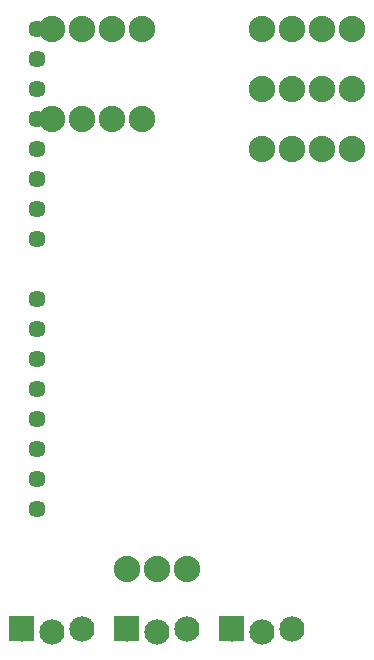
<source format=gts>
G04 MADE WITH FRITZING*
G04 WWW.FRITZING.ORG*
G04 DOUBLE SIDED*
G04 HOLES PLATED*
G04 CONTOUR ON CENTER OF CONTOUR VECTOR*
%ASAXBY*%
%FSLAX23Y23*%
%MOIN*%
%OFA0B0*%
%SFA1.0B1.0*%
%ADD10C,0.056944*%
%ADD11C,0.088000*%
%ADD12C,0.084000*%
%ADD13R,0.001000X0.001000*%
%LNMASK1*%
G90*
G70*
G54D10*
X136Y631D03*
X136Y731D03*
X136Y831D03*
X136Y931D03*
X136Y1031D03*
X136Y1131D03*
X136Y1231D03*
X136Y1331D03*
X136Y2231D03*
X136Y2131D03*
X136Y2031D03*
X136Y1931D03*
X136Y1831D03*
X136Y1731D03*
X136Y1631D03*
X136Y1531D03*
G54D11*
X886Y2231D03*
X986Y2231D03*
X1086Y2231D03*
X1186Y2231D03*
X886Y2031D03*
X986Y2031D03*
X1086Y2031D03*
X1186Y2031D03*
X886Y1831D03*
X986Y1831D03*
X1086Y1831D03*
X1186Y1831D03*
X186Y1931D03*
X286Y1931D03*
X386Y1931D03*
X486Y1931D03*
X186Y2231D03*
X286Y2231D03*
X386Y2231D03*
X486Y2231D03*
X636Y431D03*
X536Y431D03*
X436Y431D03*
G54D12*
X786Y231D03*
X886Y221D03*
X986Y231D03*
X786Y231D03*
X886Y221D03*
X986Y231D03*
X86Y231D03*
X186Y221D03*
X286Y231D03*
X86Y231D03*
X186Y221D03*
X286Y231D03*
X436Y231D03*
X536Y221D03*
X636Y231D03*
X436Y231D03*
X536Y221D03*
X636Y231D03*
G54D13*
X44Y273D02*
X127Y273D01*
X394Y273D02*
X477Y273D01*
X744Y273D02*
X827Y273D01*
X44Y272D02*
X127Y272D01*
X394Y272D02*
X477Y272D01*
X744Y272D02*
X827Y272D01*
X44Y271D02*
X127Y271D01*
X394Y271D02*
X477Y271D01*
X744Y271D02*
X827Y271D01*
X44Y270D02*
X127Y270D01*
X394Y270D02*
X477Y270D01*
X744Y270D02*
X827Y270D01*
X44Y269D02*
X127Y269D01*
X394Y269D02*
X477Y269D01*
X744Y269D02*
X827Y269D01*
X44Y268D02*
X127Y268D01*
X394Y268D02*
X477Y268D01*
X744Y268D02*
X827Y268D01*
X44Y267D02*
X127Y267D01*
X394Y267D02*
X477Y267D01*
X744Y267D02*
X827Y267D01*
X44Y266D02*
X127Y266D01*
X394Y266D02*
X477Y266D01*
X744Y266D02*
X827Y266D01*
X44Y265D02*
X127Y265D01*
X394Y265D02*
X477Y265D01*
X744Y265D02*
X827Y265D01*
X44Y264D02*
X127Y264D01*
X394Y264D02*
X477Y264D01*
X744Y264D02*
X827Y264D01*
X44Y263D02*
X127Y263D01*
X394Y263D02*
X477Y263D01*
X744Y263D02*
X827Y263D01*
X44Y262D02*
X127Y262D01*
X394Y262D02*
X477Y262D01*
X744Y262D02*
X827Y262D01*
X44Y261D02*
X127Y261D01*
X394Y261D02*
X477Y261D01*
X744Y261D02*
X827Y261D01*
X44Y260D02*
X127Y260D01*
X394Y260D02*
X477Y260D01*
X744Y260D02*
X827Y260D01*
X44Y259D02*
X127Y259D01*
X394Y259D02*
X477Y259D01*
X744Y259D02*
X827Y259D01*
X44Y258D02*
X127Y258D01*
X394Y258D02*
X477Y258D01*
X744Y258D02*
X827Y258D01*
X44Y257D02*
X127Y257D01*
X394Y257D02*
X477Y257D01*
X744Y257D02*
X827Y257D01*
X44Y256D02*
X127Y256D01*
X394Y256D02*
X477Y256D01*
X744Y256D02*
X827Y256D01*
X44Y255D02*
X127Y255D01*
X394Y255D02*
X477Y255D01*
X744Y255D02*
X827Y255D01*
X44Y254D02*
X127Y254D01*
X394Y254D02*
X477Y254D01*
X744Y254D02*
X827Y254D01*
X44Y253D02*
X127Y253D01*
X394Y253D02*
X477Y253D01*
X744Y253D02*
X827Y253D01*
X44Y252D02*
X127Y252D01*
X394Y252D02*
X477Y252D01*
X744Y252D02*
X827Y252D01*
X44Y251D02*
X127Y251D01*
X394Y251D02*
X477Y251D01*
X744Y251D02*
X827Y251D01*
X44Y250D02*
X127Y250D01*
X394Y250D02*
X477Y250D01*
X744Y250D02*
X827Y250D01*
X44Y249D02*
X127Y249D01*
X394Y249D02*
X477Y249D01*
X744Y249D02*
X827Y249D01*
X44Y248D02*
X127Y248D01*
X394Y248D02*
X477Y248D01*
X744Y248D02*
X827Y248D01*
X44Y247D02*
X127Y247D01*
X394Y247D02*
X477Y247D01*
X744Y247D02*
X827Y247D01*
X44Y246D02*
X80Y246D01*
X91Y246D02*
X127Y246D01*
X394Y246D02*
X430Y246D01*
X441Y246D02*
X477Y246D01*
X744Y246D02*
X780Y246D01*
X791Y246D02*
X827Y246D01*
X44Y245D02*
X78Y245D01*
X93Y245D02*
X127Y245D01*
X394Y245D02*
X428Y245D01*
X443Y245D02*
X477Y245D01*
X744Y245D02*
X778Y245D01*
X793Y245D02*
X827Y245D01*
X44Y244D02*
X76Y244D01*
X95Y244D02*
X127Y244D01*
X394Y244D02*
X426Y244D01*
X445Y244D02*
X477Y244D01*
X744Y244D02*
X776Y244D01*
X795Y244D02*
X827Y244D01*
X44Y243D02*
X75Y243D01*
X96Y243D02*
X127Y243D01*
X394Y243D02*
X425Y243D01*
X446Y243D02*
X477Y243D01*
X744Y243D02*
X775Y243D01*
X796Y243D02*
X827Y243D01*
X44Y242D02*
X74Y242D01*
X97Y242D02*
X127Y242D01*
X394Y242D02*
X424Y242D01*
X447Y242D02*
X477Y242D01*
X744Y242D02*
X774Y242D01*
X797Y242D02*
X827Y242D01*
X44Y241D02*
X73Y241D01*
X98Y241D02*
X127Y241D01*
X394Y241D02*
X423Y241D01*
X448Y241D02*
X477Y241D01*
X744Y241D02*
X773Y241D01*
X798Y241D02*
X827Y241D01*
X44Y240D02*
X73Y240D01*
X99Y240D02*
X127Y240D01*
X394Y240D02*
X423Y240D01*
X449Y240D02*
X477Y240D01*
X744Y240D02*
X773Y240D01*
X799Y240D02*
X827Y240D01*
X44Y239D02*
X72Y239D01*
X99Y239D02*
X127Y239D01*
X394Y239D02*
X422Y239D01*
X449Y239D02*
X477Y239D01*
X744Y239D02*
X772Y239D01*
X799Y239D02*
X827Y239D01*
X44Y238D02*
X71Y238D01*
X100Y238D02*
X127Y238D01*
X394Y238D02*
X421Y238D01*
X450Y238D02*
X477Y238D01*
X744Y238D02*
X771Y238D01*
X800Y238D02*
X827Y238D01*
X44Y237D02*
X71Y237D01*
X100Y237D02*
X127Y237D01*
X394Y237D02*
X421Y237D01*
X450Y237D02*
X477Y237D01*
X744Y237D02*
X771Y237D01*
X800Y237D02*
X827Y237D01*
X44Y236D02*
X71Y236D01*
X101Y236D02*
X127Y236D01*
X394Y236D02*
X421Y236D01*
X451Y236D02*
X477Y236D01*
X744Y236D02*
X771Y236D01*
X800Y236D02*
X827Y236D01*
X44Y235D02*
X70Y235D01*
X101Y235D02*
X127Y235D01*
X394Y235D02*
X420Y235D01*
X451Y235D02*
X477Y235D01*
X744Y235D02*
X770Y235D01*
X801Y235D02*
X827Y235D01*
X44Y234D02*
X70Y234D01*
X101Y234D02*
X127Y234D01*
X394Y234D02*
X420Y234D01*
X451Y234D02*
X477Y234D01*
X744Y234D02*
X770Y234D01*
X801Y234D02*
X827Y234D01*
X44Y233D02*
X70Y233D01*
X101Y233D02*
X127Y233D01*
X394Y233D02*
X420Y233D01*
X451Y233D02*
X477Y233D01*
X744Y233D02*
X770Y233D01*
X801Y233D02*
X827Y233D01*
X44Y232D02*
X70Y232D01*
X101Y232D02*
X127Y232D01*
X394Y232D02*
X420Y232D01*
X451Y232D02*
X477Y232D01*
X744Y232D02*
X770Y232D01*
X801Y232D02*
X827Y232D01*
X44Y231D02*
X70Y231D01*
X101Y231D02*
X127Y231D01*
X394Y231D02*
X420Y231D01*
X451Y231D02*
X477Y231D01*
X744Y231D02*
X770Y231D01*
X801Y231D02*
X827Y231D01*
X44Y230D02*
X70Y230D01*
X101Y230D02*
X127Y230D01*
X394Y230D02*
X420Y230D01*
X451Y230D02*
X477Y230D01*
X744Y230D02*
X770Y230D01*
X801Y230D02*
X827Y230D01*
X44Y229D02*
X70Y229D01*
X101Y229D02*
X127Y229D01*
X394Y229D02*
X420Y229D01*
X451Y229D02*
X477Y229D01*
X744Y229D02*
X770Y229D01*
X801Y229D02*
X827Y229D01*
X44Y228D02*
X71Y228D01*
X101Y228D02*
X127Y228D01*
X394Y228D02*
X421Y228D01*
X451Y228D02*
X477Y228D01*
X744Y228D02*
X771Y228D01*
X801Y228D02*
X827Y228D01*
X44Y227D02*
X71Y227D01*
X100Y227D02*
X127Y227D01*
X394Y227D02*
X421Y227D01*
X450Y227D02*
X477Y227D01*
X744Y227D02*
X771Y227D01*
X800Y227D02*
X827Y227D01*
X44Y226D02*
X71Y226D01*
X100Y226D02*
X127Y226D01*
X394Y226D02*
X421Y226D01*
X450Y226D02*
X477Y226D01*
X744Y226D02*
X771Y226D01*
X800Y226D02*
X827Y226D01*
X44Y225D02*
X72Y225D01*
X100Y225D02*
X127Y225D01*
X394Y225D02*
X422Y225D01*
X450Y225D02*
X477Y225D01*
X744Y225D02*
X772Y225D01*
X799Y225D02*
X827Y225D01*
X44Y224D02*
X72Y224D01*
X99Y224D02*
X127Y224D01*
X394Y224D02*
X422Y224D01*
X449Y224D02*
X477Y224D01*
X744Y224D02*
X772Y224D01*
X799Y224D02*
X827Y224D01*
X44Y223D02*
X73Y223D01*
X98Y223D02*
X127Y223D01*
X394Y223D02*
X423Y223D01*
X448Y223D02*
X477Y223D01*
X744Y223D02*
X773Y223D01*
X798Y223D02*
X827Y223D01*
X44Y222D02*
X74Y222D01*
X97Y222D02*
X127Y222D01*
X394Y222D02*
X424Y222D01*
X447Y222D02*
X477Y222D01*
X744Y222D02*
X774Y222D01*
X797Y222D02*
X827Y222D01*
X44Y221D02*
X75Y221D01*
X97Y221D02*
X127Y221D01*
X394Y221D02*
X425Y221D01*
X447Y221D02*
X477Y221D01*
X744Y221D02*
X775Y221D01*
X796Y221D02*
X827Y221D01*
X44Y220D02*
X76Y220D01*
X95Y220D02*
X127Y220D01*
X394Y220D02*
X426Y220D01*
X445Y220D02*
X477Y220D01*
X744Y220D02*
X776Y220D01*
X795Y220D02*
X827Y220D01*
X44Y219D02*
X77Y219D01*
X94Y219D02*
X127Y219D01*
X394Y219D02*
X427Y219D01*
X444Y219D02*
X477Y219D01*
X744Y219D02*
X777Y219D01*
X794Y219D02*
X827Y219D01*
X44Y218D02*
X79Y218D01*
X92Y218D02*
X127Y218D01*
X394Y218D02*
X429Y218D01*
X442Y218D02*
X477Y218D01*
X744Y218D02*
X779Y218D01*
X792Y218D02*
X827Y218D01*
X44Y217D02*
X83Y217D01*
X89Y217D02*
X127Y217D01*
X394Y217D02*
X433Y217D01*
X439Y217D02*
X477Y217D01*
X744Y217D02*
X783Y217D01*
X789Y217D02*
X827Y217D01*
X44Y216D02*
X127Y216D01*
X394Y216D02*
X477Y216D01*
X744Y216D02*
X827Y216D01*
X44Y215D02*
X127Y215D01*
X394Y215D02*
X477Y215D01*
X744Y215D02*
X827Y215D01*
X44Y214D02*
X127Y214D01*
X394Y214D02*
X477Y214D01*
X744Y214D02*
X827Y214D01*
X44Y213D02*
X127Y213D01*
X394Y213D02*
X477Y213D01*
X744Y213D02*
X827Y213D01*
X44Y212D02*
X127Y212D01*
X394Y212D02*
X477Y212D01*
X744Y212D02*
X827Y212D01*
X44Y211D02*
X127Y211D01*
X394Y211D02*
X477Y211D01*
X744Y211D02*
X827Y211D01*
X44Y210D02*
X127Y210D01*
X394Y210D02*
X477Y210D01*
X744Y210D02*
X827Y210D01*
X44Y209D02*
X127Y209D01*
X394Y209D02*
X477Y209D01*
X744Y209D02*
X827Y209D01*
X44Y208D02*
X127Y208D01*
X394Y208D02*
X477Y208D01*
X744Y208D02*
X827Y208D01*
X44Y207D02*
X127Y207D01*
X394Y207D02*
X477Y207D01*
X744Y207D02*
X827Y207D01*
X44Y206D02*
X127Y206D01*
X394Y206D02*
X477Y206D01*
X744Y206D02*
X827Y206D01*
X44Y205D02*
X127Y205D01*
X394Y205D02*
X477Y205D01*
X744Y205D02*
X827Y205D01*
X44Y204D02*
X127Y204D01*
X394Y204D02*
X477Y204D01*
X744Y204D02*
X827Y204D01*
X44Y203D02*
X127Y203D01*
X394Y203D02*
X477Y203D01*
X744Y203D02*
X827Y203D01*
X44Y202D02*
X127Y202D01*
X394Y202D02*
X477Y202D01*
X744Y202D02*
X827Y202D01*
X44Y201D02*
X127Y201D01*
X394Y201D02*
X477Y201D01*
X744Y201D02*
X827Y201D01*
X44Y200D02*
X127Y200D01*
X394Y200D02*
X477Y200D01*
X744Y200D02*
X827Y200D01*
X44Y199D02*
X127Y199D01*
X394Y199D02*
X477Y199D01*
X744Y199D02*
X827Y199D01*
X44Y198D02*
X127Y198D01*
X394Y198D02*
X477Y198D01*
X744Y198D02*
X827Y198D01*
X44Y197D02*
X127Y197D01*
X394Y197D02*
X477Y197D01*
X744Y197D02*
X827Y197D01*
X44Y196D02*
X127Y196D01*
X394Y196D02*
X477Y196D01*
X744Y196D02*
X827Y196D01*
X44Y195D02*
X127Y195D01*
X394Y195D02*
X477Y195D01*
X744Y195D02*
X827Y195D01*
X44Y194D02*
X127Y194D01*
X394Y194D02*
X477Y194D01*
X744Y194D02*
X827Y194D01*
X44Y193D02*
X127Y193D01*
X394Y193D02*
X477Y193D01*
X744Y193D02*
X827Y193D01*
X44Y192D02*
X127Y192D01*
X394Y192D02*
X477Y192D01*
X744Y192D02*
X827Y192D01*
X44Y191D02*
X127Y191D01*
X394Y191D02*
X477Y191D01*
X744Y191D02*
X827Y191D01*
X44Y190D02*
X127Y190D01*
X394Y190D02*
X477Y190D01*
X744Y190D02*
X827Y190D01*
D02*
G04 End of Mask1*
M02*
</source>
